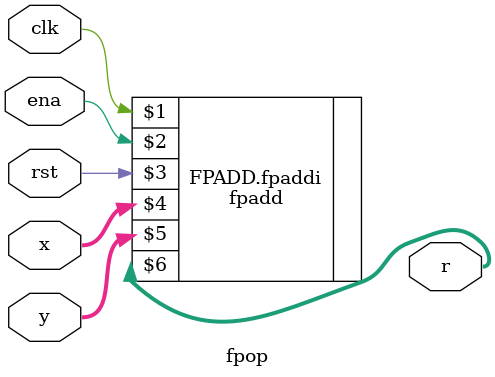
<source format=v>
module fpop
#(parameter DW = 32   , // datawidth
  parameter RI = 0    , // register inputs
  parameter RP = 1    , // register pipeline
  parameter RO = 1    , // register output
  parameter OP = "ADD" // operation: "ADD","SUB","MUL","SQR"
)(
  input           clk,  // global clock
  input           ena,  // registers enable
  input           rst,  // async reset
  input  [DW-1:0] x  ,  // input x
  input  [DW-1:0] y  ,  // input y
  output [DW-1:0] r     // result
);

localparam ADD = (OP=="ADD"); // add
localparam SUB = (OP=="SUB"); // subtract
localparam MUL = (OP=="MUL"); // multiply
localparam SQR = (OP=="SQR"); // square
localparam FPA = ADD||SUB   ; // activate FP adder
localparam FPM = MUL||SQR   ; // activate FP multiplier

wire [DW-1:0] nc; // not connected

// generate and instantiate FP-DSP with specific implementation
generate
  if      (OP=="ADD") begin : FPADD
    // instantiate FP adder with addition operation
	 fpadd #(DW,RI,RP,RO,"ADD") fpaddi (clk,ena,rst,x,y,r);
  end
  else if (OP=="SUB") begin : FPSUB
    // instantiate FP adder with subtract operation
	 fpadd #(DW,RI,RP,RO,"SUB") fpsubi (clk,ena,rst,x,y,r);
  end
  else if (OP=="MUL") begin : FPMUL
    // instantiate FP multiplier with multiply operation
	 fpmul #(DW,RI,RP,RO     )  fpmuli (clk,ena,rst,x,y,r);
  end
  else                begin : FPSQR
    // instantiate FP multiplier with square operation
    fpmul #(DW,RI,RP,RO     )  fpsqri (clk,ena,rst,x,x,r);
  end
endgenerate
   
//twentynm_fp_mac  #(
//  .ax_clock            ((FPA&&RI)?"0":"NONE"   ), // adder's input only
//  .ay_clock            (      RI ?"0":"NONE"   ),
//  .az_clock            ((FPM&&RI)?"0":"NONE"   ), // multiplier's input only
//  .output_clock        (      RO ?"0":"NONE"   ),
//  .accumulate_clock    (              "NONE"   ),
//  .ax_chainin_pl_clock (              "NONE"   ),
//  .accum_pipeline_clock(              "NONE"   ),
//  .mult_pipeline_clock ((FPM&&RP)?"0":"NONE"   ), // multiplier pipelining
//  .adder_input_clock   ((FPM||RP)?"0":"NONE"   ),
//  .accum_adder_clock   (              "NONE"   ),
//  .use_chainin         (              "false"  ),
//  .operation_mode      (FPA?"sp_add" :"sp_mult"),
//  .adder_subtract      (SUB?"true"   :"false"  )
//) sp_fpop (
//  .clk     ({1'b0,1'b0,clk} ),
//  .ena     ({1'b0,1'b0,ena} ),
//  .aclr    ({rst ,rst     } ),
//  .ax      (FPA?x:nc        ), // input 1, adder only
//  .ay      (FPA?y:x         ), // input 2 for adder/ input 1 for multiplier
//  .az      (MUL?y:(SQR?x:nc)), // input 2 for multiplier, y for MUL, x for SQR
//  .chainin (32'b0           ),
//  .resulta (r               ),
//  .chainout(                )
//);

endmodule

</source>
